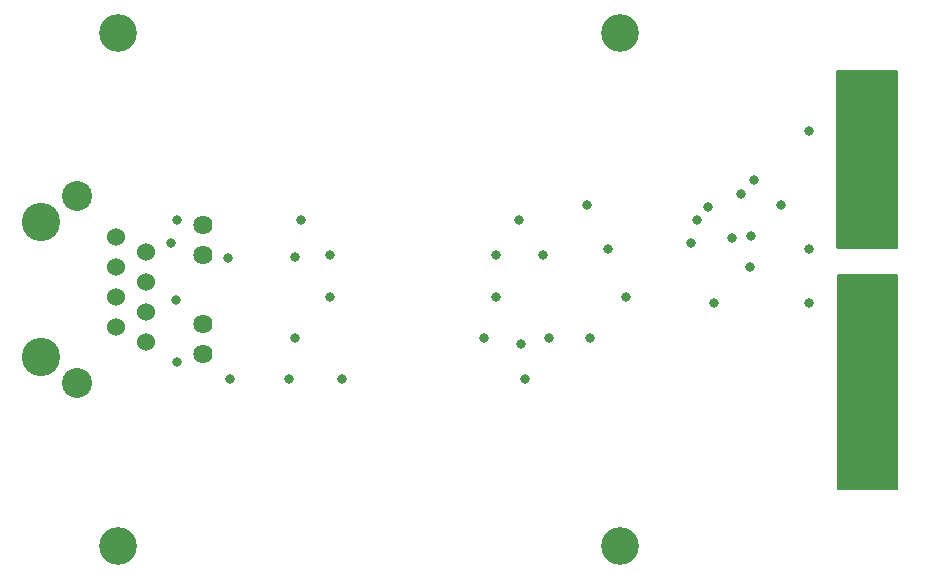
<source format=gbr>
%TF.GenerationSoftware,KiCad,Pcbnew,7.0.2*%
%TF.CreationDate,2024-05-20T10:49:15+02:00*%
%TF.ProjectId,dsoxlan,64736f78-6c61-46e2-9e6b-696361645f70,rev?*%
%TF.SameCoordinates,Original*%
%TF.FileFunction,Soldermask,Bot*%
%TF.FilePolarity,Negative*%
%FSLAX46Y46*%
G04 Gerber Fmt 4.6, Leading zero omitted, Abs format (unit mm)*
G04 Created by KiCad (PCBNEW 7.0.2) date 2024-05-20 10:49:15*
%MOMM*%
%LPD*%
G01*
G04 APERTURE LIST*
%ADD10R,3.600000X0.550000*%
%ADD11C,3.250000*%
%ADD12C,1.524000*%
%ADD13C,1.625600*%
%ADD14C,2.540000*%
%ADD15C,3.200000*%
%ADD16C,0.800000*%
G04 APERTURE END LIST*
D10*
%TO.C,P2*%
X190754000Y-104750000D03*
X190754000Y-103950000D03*
X190754000Y-103150000D03*
X190754000Y-102350000D03*
X190754000Y-101550000D03*
X190754000Y-100750000D03*
X190754000Y-99950000D03*
X190754000Y-99150000D03*
X190754000Y-98350000D03*
X190754000Y-97550000D03*
X190754000Y-96750000D03*
X190754000Y-95950000D03*
X190754000Y-95150000D03*
X190754000Y-94350000D03*
X190754000Y-93550000D03*
X190754000Y-92750000D03*
X190754000Y-91950000D03*
X190754000Y-91150000D03*
X190754000Y-90350000D03*
X190754000Y-89550000D03*
X190754000Y-88750000D03*
X190754000Y-87950000D03*
X190754000Y-83950000D03*
X190754000Y-83150000D03*
X190754000Y-82350000D03*
X190754000Y-81550000D03*
X190754000Y-80750000D03*
X190754000Y-79950000D03*
X190754000Y-79150000D03*
X190754000Y-78350000D03*
X190754000Y-77550000D03*
X190754000Y-76750000D03*
X190754000Y-75950000D03*
X190754000Y-75150000D03*
X190754000Y-74350000D03*
X190754000Y-73550000D03*
X190754000Y-72750000D03*
X190754000Y-71950000D03*
X190754000Y-71150000D03*
X190754000Y-70350000D03*
%TD*%
D11*
%TO.C,P1*%
X121010000Y-94100000D03*
X121010000Y-82670000D03*
D12*
X129900000Y-92830000D03*
X127360000Y-91560000D03*
X129900000Y-90290000D03*
X127360000Y-89020000D03*
X129900000Y-87750000D03*
X127360000Y-86480000D03*
X129900000Y-85210000D03*
X127360000Y-83940000D03*
D13*
X134730000Y-93850000D03*
X134730000Y-91310000D03*
X134730000Y-85460000D03*
X134730000Y-82920000D03*
D14*
X124060000Y-80485000D03*
X124060000Y-96285000D03*
%TD*%
D15*
%TO.C,H102*%
X127500000Y-110142000D03*
%TD*%
%TO.C,H101*%
X127500000Y-66642000D03*
%TD*%
%TO.C,H103*%
X170000000Y-66642000D03*
%TD*%
%TO.C,H104*%
X170000000Y-110142000D03*
%TD*%
D16*
X132500000Y-94500000D03*
X163500000Y-85500000D03*
X183680000Y-81280000D03*
X142500000Y-85680500D03*
X146500000Y-96000000D03*
X178000000Y-89500000D03*
X186000000Y-85000000D03*
X159500000Y-85500000D03*
X145500000Y-89000000D03*
X132500000Y-82500000D03*
X142500000Y-92500000D03*
X145500000Y-85500000D03*
X136800000Y-85700000D03*
X186000000Y-89500000D03*
X161500000Y-82500000D03*
X170500000Y-89000000D03*
X186000000Y-75000000D03*
X132400000Y-89300000D03*
X167199272Y-81245799D03*
X164000000Y-92500000D03*
X181000000Y-86500000D03*
X143000000Y-82500000D03*
X176000000Y-84500000D03*
X177500000Y-81400500D03*
X132000000Y-84500000D03*
X137000000Y-96000000D03*
X162000000Y-96000000D03*
X142000000Y-96000000D03*
X159500000Y-89000000D03*
X167500000Y-92500000D03*
X158500000Y-92500000D03*
X169000000Y-85000000D03*
X181100000Y-83900000D03*
X179500000Y-84000000D03*
X180300000Y-80300000D03*
X181400000Y-79100000D03*
X161600000Y-93000000D03*
X176500000Y-82500000D03*
G36*
X193491039Y-69819685D02*
G01*
X193536794Y-69872489D01*
X193548000Y-69924000D01*
X193548000Y-84839000D01*
X193528315Y-84906039D01*
X193475511Y-84951794D01*
X193424000Y-84963000D01*
X188466246Y-84963000D01*
X188399207Y-84943315D01*
X188353452Y-84890511D01*
X188342246Y-84839348D01*
X188300349Y-69924348D01*
X188319846Y-69857254D01*
X188372521Y-69811351D01*
X188424349Y-69800000D01*
X193424000Y-69800000D01*
X193491039Y-69819685D01*
G37*
G36*
X193491039Y-87141685D02*
G01*
X193536794Y-87194489D01*
X193548000Y-87246000D01*
X193548000Y-105276000D01*
X193528315Y-105343039D01*
X193475511Y-105388794D01*
X193424000Y-105400000D01*
X188523653Y-105400000D01*
X188456614Y-105380315D01*
X188410859Y-105327511D01*
X188399653Y-105276348D01*
X188349006Y-87246348D01*
X188368503Y-87179254D01*
X188421178Y-87133351D01*
X188473006Y-87122000D01*
X193424000Y-87122000D01*
X193491039Y-87141685D01*
G37*
M02*

</source>
